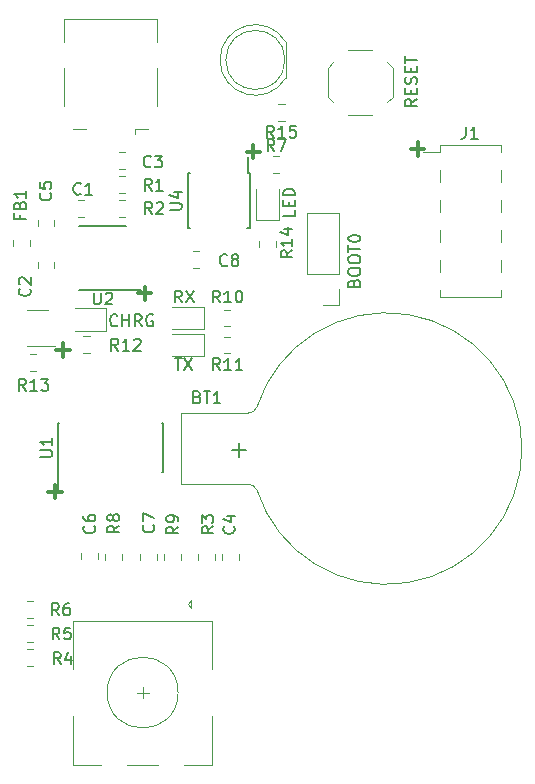
<source format=gto>
%TF.GenerationSoftware,KiCad,Pcbnew,(5.1.6-0-10_14)*%
%TF.CreationDate,2020-07-28T22:12:12-04:00*%
%TF.ProjectId,uRemote,7552656d-6f74-4652-9e6b-696361645f70,rev?*%
%TF.SameCoordinates,Original*%
%TF.FileFunction,Legend,Top*%
%TF.FilePolarity,Positive*%
%FSLAX46Y46*%
G04 Gerber Fmt 4.6, Leading zero omitted, Abs format (unit mm)*
G04 Created by KiCad (PCBNEW (5.1.6-0-10_14)) date 2020-07-28 22:12:12*
%MOMM*%
%LPD*%
G01*
G04 APERTURE LIST*
%ADD10C,0.300000*%
%ADD11C,0.120000*%
%ADD12C,0.150000*%
G04 APERTURE END LIST*
D10*
X27871428Y-59707142D02*
X26728571Y-59707142D01*
X27300000Y-60278571D02*
X27300000Y-59135714D01*
X58571428Y-30707142D02*
X57428571Y-30707142D01*
X58000000Y-31278571D02*
X58000000Y-30135714D01*
X28571428Y-47707142D02*
X27428571Y-47707142D01*
X28000000Y-48278571D02*
X28000000Y-47135714D01*
X35471428Y-42907142D02*
X34328571Y-42907142D01*
X34900000Y-43478571D02*
X34900000Y-42335714D01*
X44671428Y-30907142D02*
X43528571Y-30907142D01*
X44100000Y-31478571D02*
X44100000Y-30335714D01*
D11*
%TO.C,J1*%
X59900000Y-30390000D02*
X65100000Y-30390000D01*
X59900000Y-43210000D02*
X65100000Y-43210000D01*
X58460000Y-30960000D02*
X59900000Y-30960000D01*
X59900000Y-30390000D02*
X59900000Y-30960000D01*
X65100000Y-30390000D02*
X65100000Y-30960000D01*
X59900000Y-42640000D02*
X59900000Y-43210000D01*
X65100000Y-42640000D02*
X65100000Y-43210000D01*
X59900000Y-32480000D02*
X59900000Y-33500000D01*
X65100000Y-32480000D02*
X65100000Y-33500000D01*
X59900000Y-35020000D02*
X59900000Y-36040000D01*
X65100000Y-35020000D02*
X65100000Y-36040000D01*
X59900000Y-37560000D02*
X59900000Y-38580000D01*
X65100000Y-37560000D02*
X65100000Y-38580000D01*
X59900000Y-40100000D02*
X59900000Y-41120000D01*
X65100000Y-40100000D02*
X65100000Y-41120000D01*
D12*
%TO.C,U4*%
X43666700Y-32717200D02*
X43666700Y-31367200D01*
X38541700Y-32717200D02*
X38541700Y-37367200D01*
X43791700Y-32717200D02*
X43791700Y-37367200D01*
X38541700Y-32717200D02*
X38766700Y-32717200D01*
X38541700Y-37367200D02*
X38766700Y-37367200D01*
X43791700Y-37367200D02*
X43566700Y-37367200D01*
X43791700Y-32717200D02*
X43666700Y-32717200D01*
D11*
%TO.C,R1*%
X33258578Y-34410000D02*
X32741422Y-34410000D01*
X33258578Y-32990000D02*
X32741422Y-32990000D01*
%TO.C,BT1*%
X37950000Y-59050000D02*
X43650000Y-59050000D01*
X37950000Y-59050000D02*
X37950000Y-53050000D01*
X37950000Y-53050000D02*
X43650000Y-53050000D01*
X66845671Y-56004719D02*
G75*
G02*
X44400000Y-59550000I-11495671J-45281D01*
G01*
X44401754Y-59576384D02*
G75*
G03*
X43650000Y-59050000I-751754J-273616D01*
G01*
X66845671Y-56095281D02*
G75*
G03*
X44400000Y-52550000I-11495671J45281D01*
G01*
X44401754Y-52523616D02*
G75*
G02*
X43650000Y-53050000I-751754J273616D01*
G01*
D12*
%TO.C,U1*%
X27550000Y-58075000D02*
X27575000Y-58075000D01*
X27550000Y-53925000D02*
X27665000Y-53925000D01*
X36450000Y-53925000D02*
X36335000Y-53925000D01*
X36450000Y-58075000D02*
X36335000Y-58075000D01*
X27550000Y-58075000D02*
X27550000Y-53925000D01*
X36450000Y-58075000D02*
X36450000Y-53925000D01*
X27575000Y-58075000D02*
X27575000Y-59450000D01*
D11*
%TO.C,FB1*%
X25210000Y-38391422D02*
X25210000Y-38908578D01*
X23790000Y-38391422D02*
X23790000Y-38908578D01*
%TO.C,C1*%
X29241422Y-35040000D02*
X29758578Y-35040000D01*
X29241422Y-36460000D02*
X29758578Y-36460000D01*
%TO.C,C2*%
X27263300Y-40264322D02*
X27263300Y-40781478D01*
X25843300Y-40264322D02*
X25843300Y-40781478D01*
%TO.C,C3*%
X32741422Y-32360000D02*
X33258578Y-32360000D01*
X32741422Y-30940000D02*
X33258578Y-30940000D01*
%TO.C,C4*%
X41467700Y-64950322D02*
X41467700Y-65467478D01*
X42887700Y-64950322D02*
X42887700Y-65467478D01*
%TO.C,C5*%
X25843300Y-37225478D02*
X25843300Y-36708322D01*
X27263300Y-37225478D02*
X27263300Y-36708322D01*
%TO.C,C6*%
X29491600Y-65442078D02*
X29491600Y-64924922D01*
X30911600Y-65442078D02*
X30911600Y-64924922D01*
%TO.C,C7*%
X34495400Y-64963022D02*
X34495400Y-65480178D01*
X35915400Y-64963022D02*
X35915400Y-65480178D01*
%TO.C,C8*%
X39487778Y-39332200D02*
X38970622Y-39332200D01*
X39487778Y-40752200D02*
X38970622Y-40752200D01*
%TO.C,RX*%
X37215500Y-45966500D02*
X39900500Y-45966500D01*
X39900500Y-45966500D02*
X39900500Y-44046500D01*
X39900500Y-44046500D02*
X37215500Y-44046500D01*
%TO.C,TX*%
X39900500Y-46332500D02*
X37215500Y-46332500D01*
X39900500Y-48252500D02*
X39900500Y-46332500D01*
X37215500Y-48252500D02*
X39900500Y-48252500D01*
%TO.C,CHRG*%
X28975300Y-46060000D02*
X31660300Y-46060000D01*
X31660300Y-46060000D02*
X31660300Y-44140000D01*
X31660300Y-44140000D02*
X28975300Y-44140000D01*
%TO.C,LED*%
X46260000Y-36735000D02*
X46260000Y-34050000D01*
X44340000Y-36735000D02*
X46260000Y-36735000D01*
X44340000Y-34050000D02*
X44340000Y-36735000D01*
%TO.C,D5*%
X46770000Y-23150000D02*
G75*
G03*
X46770000Y-23150000I-2500000J0D01*
G01*
X46830000Y-24695000D02*
X46830000Y-21605000D01*
X41280000Y-23149538D02*
G75*
G03*
X46830000Y-24694830I2990000J-462D01*
G01*
X41280000Y-23150462D02*
G75*
G02*
X46830000Y-21605170I2990000J462D01*
G01*
%TO.C,J2*%
X35910000Y-19690000D02*
X35910000Y-21640000D01*
X35910000Y-23860000D02*
X35910000Y-27090000D01*
X35190000Y-29010000D02*
X34110000Y-29010000D01*
X29890000Y-29010000D02*
X28810000Y-29010000D01*
X28090000Y-23860000D02*
X28090000Y-27090000D01*
X28090000Y-19690000D02*
X28090000Y-21640000D01*
X34110000Y-29010000D02*
X34110000Y-29440000D01*
X28090000Y-19690000D02*
X35910000Y-19690000D01*
%TO.C,BOOT0*%
X51330000Y-43870000D02*
X50000000Y-43870000D01*
X51330000Y-42540000D02*
X51330000Y-43870000D01*
X51330000Y-41270000D02*
X48670000Y-41270000D01*
X48670000Y-41270000D02*
X48670000Y-36130000D01*
X51330000Y-41270000D02*
X51330000Y-36130000D01*
X51330000Y-36130000D02*
X48670000Y-36130000D01*
%TO.C,R2*%
X32741422Y-36460000D02*
X33258578Y-36460000D01*
X32741422Y-35040000D02*
X33258578Y-35040000D01*
%TO.C,R3*%
X39435700Y-65467478D02*
X39435700Y-64950322D01*
X40855700Y-65467478D02*
X40855700Y-64950322D01*
%TO.C,R4*%
X24926522Y-74453300D02*
X25443678Y-74453300D01*
X24926522Y-73033300D02*
X25443678Y-73033300D01*
%TO.C,R5*%
X24930322Y-71001300D02*
X25447478Y-71001300D01*
X24930322Y-72421300D02*
X25447478Y-72421300D01*
%TO.C,R6*%
X24930322Y-68957600D02*
X25447478Y-68957600D01*
X24930322Y-70377600D02*
X25447478Y-70377600D01*
%TO.C,R7*%
X46308578Y-31290000D02*
X45791422Y-31290000D01*
X46308578Y-32710000D02*
X45791422Y-32710000D01*
%TO.C,R8*%
X32943600Y-64937622D02*
X32943600Y-65454778D01*
X31523600Y-64937622D02*
X31523600Y-65454778D01*
%TO.C,R9*%
X36527400Y-64963022D02*
X36527400Y-65480178D01*
X37947400Y-64963022D02*
X37947400Y-65480178D01*
%TO.C,R10*%
X42157078Y-45716500D02*
X41639922Y-45716500D01*
X42157078Y-44296500D02*
X41639922Y-44296500D01*
%TO.C,R11*%
X42157078Y-46582500D02*
X41639922Y-46582500D01*
X42157078Y-48002500D02*
X41639922Y-48002500D01*
%TO.C,R12*%
X30233878Y-46555800D02*
X29716722Y-46555800D01*
X30233878Y-47975800D02*
X29716722Y-47975800D01*
%TO.C,R13*%
X25157422Y-49487100D02*
X25674578Y-49487100D01*
X25157422Y-48067100D02*
X25674578Y-48067100D01*
%TO.C,R14*%
X46010000Y-38958578D02*
X46010000Y-38441422D01*
X44590000Y-38958578D02*
X44590000Y-38441422D01*
%TO.C,R15*%
X46740578Y-28332500D02*
X46223422Y-28332500D01*
X46740578Y-26912500D02*
X46223422Y-26912500D01*
%TO.C,SW1*%
X37728500Y-76710400D02*
G75*
G03*
X37728500Y-76710400I-3000000J0D01*
G01*
X40628500Y-78710400D02*
X40628500Y-82810400D01*
X28828500Y-82810400D02*
X28828500Y-78710400D01*
X28828500Y-74710400D02*
X28828500Y-70610400D01*
X40628500Y-74710400D02*
X40628500Y-70610400D01*
X40628500Y-70610400D02*
X28828500Y-70610400D01*
X38528500Y-69210400D02*
X38828500Y-68910400D01*
X38828500Y-68910400D02*
X38828500Y-69510400D01*
X38828500Y-69510400D02*
X38528500Y-69210400D01*
X40628500Y-82810400D02*
X38228500Y-82810400D01*
X36028500Y-82810400D02*
X33428500Y-82810400D01*
X31228500Y-82810400D02*
X28828500Y-82810400D01*
X35228500Y-76710400D02*
X34228500Y-76710400D01*
X34728500Y-76210400D02*
X34728500Y-77210400D01*
%TO.C,RESET*%
X55450000Y-26750000D02*
X55900000Y-26300000D01*
X55450000Y-23350000D02*
X55900000Y-23800000D01*
X50850000Y-23350000D02*
X50400000Y-23800000D01*
X50850000Y-26750000D02*
X50400000Y-26300000D01*
X52150000Y-22300000D02*
X54150000Y-22300000D01*
X55900000Y-26300000D02*
X55900000Y-23800000D01*
X52150000Y-27800000D02*
X54150000Y-27800000D01*
X50400000Y-26300000D02*
X50400000Y-23800000D01*
D12*
%TO.C,U2*%
X34625000Y-42625000D02*
X29350000Y-42625000D01*
X33350000Y-37225000D02*
X29350000Y-37225000D01*
D11*
%TO.C,U3*%
X24917000Y-47366100D02*
X27347000Y-47366100D01*
X26677000Y-44296100D02*
X24917000Y-44296100D01*
%TO.C,J1*%
D12*
X62089966Y-28810180D02*
X62089966Y-29524466D01*
X62042347Y-29667323D01*
X61947109Y-29762561D01*
X61804252Y-29810180D01*
X61709014Y-29810180D01*
X63089966Y-29810180D02*
X62518538Y-29810180D01*
X62804252Y-29810180D02*
X62804252Y-28810180D01*
X62709014Y-28953038D01*
X62613776Y-29048276D01*
X62518538Y-29095895D01*
%TO.C,U4*%
X37020080Y-35831104D02*
X37829604Y-35831104D01*
X37924842Y-35783485D01*
X37972461Y-35735866D01*
X38020080Y-35640628D01*
X38020080Y-35450152D01*
X37972461Y-35354914D01*
X37924842Y-35307295D01*
X37829604Y-35259676D01*
X37020080Y-35259676D01*
X37353414Y-34354914D02*
X38020080Y-34354914D01*
X36972461Y-34593009D02*
X37686747Y-34831104D01*
X37686747Y-34212057D01*
%TO.C,R1*%
X35483333Y-34202380D02*
X35150000Y-33726190D01*
X34911904Y-34202380D02*
X34911904Y-33202380D01*
X35292857Y-33202380D01*
X35388095Y-33250000D01*
X35435714Y-33297619D01*
X35483333Y-33392857D01*
X35483333Y-33535714D01*
X35435714Y-33630952D01*
X35388095Y-33678571D01*
X35292857Y-33726190D01*
X34911904Y-33726190D01*
X36435714Y-34202380D02*
X35864285Y-34202380D01*
X36150000Y-34202380D02*
X36150000Y-33202380D01*
X36054761Y-33345238D01*
X35959523Y-33440476D01*
X35864285Y-33488095D01*
%TO.C,BT1*%
X39364285Y-51678571D02*
X39507142Y-51726190D01*
X39554761Y-51773809D01*
X39602380Y-51869047D01*
X39602380Y-52011904D01*
X39554761Y-52107142D01*
X39507142Y-52154761D01*
X39411904Y-52202380D01*
X39030952Y-52202380D01*
X39030952Y-51202380D01*
X39364285Y-51202380D01*
X39459523Y-51250000D01*
X39507142Y-51297619D01*
X39554761Y-51392857D01*
X39554761Y-51488095D01*
X39507142Y-51583333D01*
X39459523Y-51630952D01*
X39364285Y-51678571D01*
X39030952Y-51678571D01*
X39888095Y-51202380D02*
X40459523Y-51202380D01*
X40173809Y-52202380D02*
X40173809Y-51202380D01*
X41316666Y-52202380D02*
X40745238Y-52202380D01*
X41030952Y-52202380D02*
X41030952Y-51202380D01*
X40935714Y-51345238D01*
X40840476Y-51440476D01*
X40745238Y-51488095D01*
X42328571Y-56157142D02*
X43471428Y-56157142D01*
X42900000Y-56728571D02*
X42900000Y-55585714D01*
%TO.C,U1*%
X26077380Y-56761904D02*
X26886904Y-56761904D01*
X26982142Y-56714285D01*
X27029761Y-56666666D01*
X27077380Y-56571428D01*
X27077380Y-56380952D01*
X27029761Y-56285714D01*
X26982142Y-56238095D01*
X26886904Y-56190476D01*
X26077380Y-56190476D01*
X27077380Y-55190476D02*
X27077380Y-55761904D01*
X27077380Y-55476190D02*
X26077380Y-55476190D01*
X26220238Y-55571428D01*
X26315476Y-55666666D01*
X26363095Y-55761904D01*
%TO.C,FB1*%
X24328571Y-36283333D02*
X24328571Y-36616666D01*
X24852380Y-36616666D02*
X23852380Y-36616666D01*
X23852380Y-36140476D01*
X24328571Y-35426190D02*
X24376190Y-35283333D01*
X24423809Y-35235714D01*
X24519047Y-35188095D01*
X24661904Y-35188095D01*
X24757142Y-35235714D01*
X24804761Y-35283333D01*
X24852380Y-35378571D01*
X24852380Y-35759523D01*
X23852380Y-35759523D01*
X23852380Y-35426190D01*
X23900000Y-35330952D01*
X23947619Y-35283333D01*
X24042857Y-35235714D01*
X24138095Y-35235714D01*
X24233333Y-35283333D01*
X24280952Y-35330952D01*
X24328571Y-35426190D01*
X24328571Y-35759523D01*
X24852380Y-34235714D02*
X24852380Y-34807142D01*
X24852380Y-34521428D02*
X23852380Y-34521428D01*
X23995238Y-34616666D01*
X24090476Y-34711904D01*
X24138095Y-34807142D01*
%TO.C,C1*%
X29483333Y-34457142D02*
X29435714Y-34504761D01*
X29292857Y-34552380D01*
X29197619Y-34552380D01*
X29054761Y-34504761D01*
X28959523Y-34409523D01*
X28911904Y-34314285D01*
X28864285Y-34123809D01*
X28864285Y-33980952D01*
X28911904Y-33790476D01*
X28959523Y-33695238D01*
X29054761Y-33600000D01*
X29197619Y-33552380D01*
X29292857Y-33552380D01*
X29435714Y-33600000D01*
X29483333Y-33647619D01*
X30435714Y-34552380D02*
X29864285Y-34552380D01*
X30150000Y-34552380D02*
X30150000Y-33552380D01*
X30054761Y-33695238D01*
X29959523Y-33790476D01*
X29864285Y-33838095D01*
%TO.C,C2*%
X25157142Y-42516666D02*
X25204761Y-42564285D01*
X25252380Y-42707142D01*
X25252380Y-42802380D01*
X25204761Y-42945238D01*
X25109523Y-43040476D01*
X25014285Y-43088095D01*
X24823809Y-43135714D01*
X24680952Y-43135714D01*
X24490476Y-43088095D01*
X24395238Y-43040476D01*
X24300000Y-42945238D01*
X24252380Y-42802380D01*
X24252380Y-42707142D01*
X24300000Y-42564285D01*
X24347619Y-42516666D01*
X24347619Y-42135714D02*
X24300000Y-42088095D01*
X24252380Y-41992857D01*
X24252380Y-41754761D01*
X24300000Y-41659523D01*
X24347619Y-41611904D01*
X24442857Y-41564285D01*
X24538095Y-41564285D01*
X24680952Y-41611904D01*
X25252380Y-42183333D01*
X25252380Y-41564285D01*
%TO.C,C3*%
X35433333Y-32157142D02*
X35385714Y-32204761D01*
X35242857Y-32252380D01*
X35147619Y-32252380D01*
X35004761Y-32204761D01*
X34909523Y-32109523D01*
X34861904Y-32014285D01*
X34814285Y-31823809D01*
X34814285Y-31680952D01*
X34861904Y-31490476D01*
X34909523Y-31395238D01*
X35004761Y-31300000D01*
X35147619Y-31252380D01*
X35242857Y-31252380D01*
X35385714Y-31300000D01*
X35433333Y-31347619D01*
X35766666Y-31252380D02*
X36385714Y-31252380D01*
X36052380Y-31633333D01*
X36195238Y-31633333D01*
X36290476Y-31680952D01*
X36338095Y-31728571D01*
X36385714Y-31823809D01*
X36385714Y-32061904D01*
X36338095Y-32157142D01*
X36290476Y-32204761D01*
X36195238Y-32252380D01*
X35909523Y-32252380D01*
X35814285Y-32204761D01*
X35766666Y-32157142D01*
%TO.C,C4*%
X42445942Y-62645066D02*
X42493561Y-62692685D01*
X42541180Y-62835542D01*
X42541180Y-62930780D01*
X42493561Y-63073638D01*
X42398323Y-63168876D01*
X42303085Y-63216495D01*
X42112609Y-63264114D01*
X41969752Y-63264114D01*
X41779276Y-63216495D01*
X41684038Y-63168876D01*
X41588800Y-63073638D01*
X41541180Y-62930780D01*
X41541180Y-62835542D01*
X41588800Y-62692685D01*
X41636419Y-62645066D01*
X41874514Y-61787923D02*
X42541180Y-61787923D01*
X41493561Y-62026019D02*
X42207847Y-62264114D01*
X42207847Y-61645066D01*
%TO.C,C5*%
X26907142Y-34416666D02*
X26954761Y-34464285D01*
X27002380Y-34607142D01*
X27002380Y-34702380D01*
X26954761Y-34845238D01*
X26859523Y-34940476D01*
X26764285Y-34988095D01*
X26573809Y-35035714D01*
X26430952Y-35035714D01*
X26240476Y-34988095D01*
X26145238Y-34940476D01*
X26050000Y-34845238D01*
X26002380Y-34702380D01*
X26002380Y-34607142D01*
X26050000Y-34464285D01*
X26097619Y-34416666D01*
X26002380Y-33511904D02*
X26002380Y-33988095D01*
X26478571Y-34035714D01*
X26430952Y-33988095D01*
X26383333Y-33892857D01*
X26383333Y-33654761D01*
X26430952Y-33559523D01*
X26478571Y-33511904D01*
X26573809Y-33464285D01*
X26811904Y-33464285D01*
X26907142Y-33511904D01*
X26954761Y-33559523D01*
X27002380Y-33654761D01*
X27002380Y-33892857D01*
X26954761Y-33988095D01*
X26907142Y-34035714D01*
%TO.C,C6*%
X30622242Y-62604666D02*
X30669861Y-62652285D01*
X30717480Y-62795142D01*
X30717480Y-62890380D01*
X30669861Y-63033238D01*
X30574623Y-63128476D01*
X30479385Y-63176095D01*
X30288909Y-63223714D01*
X30146052Y-63223714D01*
X29955576Y-63176095D01*
X29860338Y-63128476D01*
X29765100Y-63033238D01*
X29717480Y-62890380D01*
X29717480Y-62795142D01*
X29765100Y-62652285D01*
X29812719Y-62604666D01*
X29717480Y-61747523D02*
X29717480Y-61938000D01*
X29765100Y-62033238D01*
X29812719Y-62080857D01*
X29955576Y-62176095D01*
X30146052Y-62223714D01*
X30527004Y-62223714D01*
X30622242Y-62176095D01*
X30669861Y-62128476D01*
X30717480Y-62033238D01*
X30717480Y-61842761D01*
X30669861Y-61747523D01*
X30622242Y-61699904D01*
X30527004Y-61652285D01*
X30288909Y-61652285D01*
X30193671Y-61699904D01*
X30146052Y-61747523D01*
X30098433Y-61842761D01*
X30098433Y-62033238D01*
X30146052Y-62128476D01*
X30193671Y-62176095D01*
X30288909Y-62223714D01*
%TO.C,C7*%
X35626042Y-62530766D02*
X35673661Y-62578385D01*
X35721280Y-62721242D01*
X35721280Y-62816480D01*
X35673661Y-62959338D01*
X35578423Y-63054576D01*
X35483185Y-63102195D01*
X35292709Y-63149814D01*
X35149852Y-63149814D01*
X34959376Y-63102195D01*
X34864138Y-63054576D01*
X34768900Y-62959338D01*
X34721280Y-62816480D01*
X34721280Y-62721242D01*
X34768900Y-62578385D01*
X34816519Y-62530766D01*
X34721280Y-62197433D02*
X34721280Y-61530766D01*
X35721280Y-61959338D01*
%TO.C,C8*%
X41883333Y-40507142D02*
X41835714Y-40554761D01*
X41692857Y-40602380D01*
X41597619Y-40602380D01*
X41454761Y-40554761D01*
X41359523Y-40459523D01*
X41311904Y-40364285D01*
X41264285Y-40173809D01*
X41264285Y-40030952D01*
X41311904Y-39840476D01*
X41359523Y-39745238D01*
X41454761Y-39650000D01*
X41597619Y-39602380D01*
X41692857Y-39602380D01*
X41835714Y-39650000D01*
X41883333Y-39697619D01*
X42454761Y-40030952D02*
X42359523Y-39983333D01*
X42311904Y-39935714D01*
X42264285Y-39840476D01*
X42264285Y-39792857D01*
X42311904Y-39697619D01*
X42359523Y-39650000D01*
X42454761Y-39602380D01*
X42645238Y-39602380D01*
X42740476Y-39650000D01*
X42788095Y-39697619D01*
X42835714Y-39792857D01*
X42835714Y-39840476D01*
X42788095Y-39935714D01*
X42740476Y-39983333D01*
X42645238Y-40030952D01*
X42454761Y-40030952D01*
X42359523Y-40078571D01*
X42311904Y-40126190D01*
X42264285Y-40221428D01*
X42264285Y-40411904D01*
X42311904Y-40507142D01*
X42359523Y-40554761D01*
X42454761Y-40602380D01*
X42645238Y-40602380D01*
X42740476Y-40554761D01*
X42788095Y-40507142D01*
X42835714Y-40411904D01*
X42835714Y-40221428D01*
X42788095Y-40126190D01*
X42740476Y-40078571D01*
X42645238Y-40030952D01*
%TO.C,RX*%
X38033333Y-43680880D02*
X37700000Y-43204690D01*
X37461904Y-43680880D02*
X37461904Y-42680880D01*
X37842857Y-42680880D01*
X37938095Y-42728500D01*
X37985714Y-42776119D01*
X38033333Y-42871357D01*
X38033333Y-43014214D01*
X37985714Y-43109452D01*
X37938095Y-43157071D01*
X37842857Y-43204690D01*
X37461904Y-43204690D01*
X38366666Y-42680880D02*
X39033333Y-43680880D01*
X39033333Y-42680880D02*
X38366666Y-43680880D01*
%TO.C,TX*%
X37453595Y-48394880D02*
X38025023Y-48394880D01*
X37739309Y-49394880D02*
X37739309Y-48394880D01*
X38263119Y-48394880D02*
X38929785Y-49394880D01*
X38929785Y-48394880D02*
X38263119Y-49394880D01*
%TO.C,CHRG*%
X32585714Y-45600342D02*
X32538095Y-45647961D01*
X32395238Y-45695580D01*
X32300000Y-45695580D01*
X32157142Y-45647961D01*
X32061904Y-45552723D01*
X32014285Y-45457485D01*
X31966666Y-45267009D01*
X31966666Y-45124152D01*
X32014285Y-44933676D01*
X32061904Y-44838438D01*
X32157142Y-44743200D01*
X32300000Y-44695580D01*
X32395238Y-44695580D01*
X32538095Y-44743200D01*
X32585714Y-44790819D01*
X33014285Y-45695580D02*
X33014285Y-44695580D01*
X33014285Y-45171771D02*
X33585714Y-45171771D01*
X33585714Y-45695580D02*
X33585714Y-44695580D01*
X34633333Y-45695580D02*
X34300000Y-45219390D01*
X34061904Y-45695580D02*
X34061904Y-44695580D01*
X34442857Y-44695580D01*
X34538095Y-44743200D01*
X34585714Y-44790819D01*
X34633333Y-44886057D01*
X34633333Y-45028914D01*
X34585714Y-45124152D01*
X34538095Y-45171771D01*
X34442857Y-45219390D01*
X34061904Y-45219390D01*
X35585714Y-44743200D02*
X35490476Y-44695580D01*
X35347619Y-44695580D01*
X35204761Y-44743200D01*
X35109523Y-44838438D01*
X35061904Y-44933676D01*
X35014285Y-45124152D01*
X35014285Y-45267009D01*
X35061904Y-45457485D01*
X35109523Y-45552723D01*
X35204761Y-45647961D01*
X35347619Y-45695580D01*
X35442857Y-45695580D01*
X35585714Y-45647961D01*
X35633333Y-45600342D01*
X35633333Y-45267009D01*
X35442857Y-45267009D01*
%TO.C,LED*%
X47617580Y-35855657D02*
X47617580Y-36331847D01*
X46617580Y-36331847D01*
X47093771Y-35522323D02*
X47093771Y-35188990D01*
X47617580Y-35046133D02*
X47617580Y-35522323D01*
X46617580Y-35522323D01*
X46617580Y-35046133D01*
X47617580Y-34617561D02*
X46617580Y-34617561D01*
X46617580Y-34379466D01*
X46665200Y-34236609D01*
X46760438Y-34141371D01*
X46855676Y-34093752D01*
X47046152Y-34046133D01*
X47189009Y-34046133D01*
X47379485Y-34093752D01*
X47474723Y-34141371D01*
X47569961Y-34236609D01*
X47617580Y-34379466D01*
X47617580Y-34617561D01*
%TO.C,BOOT0*%
X52628571Y-42033333D02*
X52676190Y-41890476D01*
X52723809Y-41842857D01*
X52819047Y-41795238D01*
X52961904Y-41795238D01*
X53057142Y-41842857D01*
X53104761Y-41890476D01*
X53152380Y-41985714D01*
X53152380Y-42366666D01*
X52152380Y-42366666D01*
X52152380Y-42033333D01*
X52200000Y-41938095D01*
X52247619Y-41890476D01*
X52342857Y-41842857D01*
X52438095Y-41842857D01*
X52533333Y-41890476D01*
X52580952Y-41938095D01*
X52628571Y-42033333D01*
X52628571Y-42366666D01*
X52152380Y-41176190D02*
X52152380Y-40985714D01*
X52200000Y-40890476D01*
X52295238Y-40795238D01*
X52485714Y-40747619D01*
X52819047Y-40747619D01*
X53009523Y-40795238D01*
X53104761Y-40890476D01*
X53152380Y-40985714D01*
X53152380Y-41176190D01*
X53104761Y-41271428D01*
X53009523Y-41366666D01*
X52819047Y-41414285D01*
X52485714Y-41414285D01*
X52295238Y-41366666D01*
X52200000Y-41271428D01*
X52152380Y-41176190D01*
X52152380Y-40128571D02*
X52152380Y-39938095D01*
X52200000Y-39842857D01*
X52295238Y-39747619D01*
X52485714Y-39700000D01*
X52819047Y-39700000D01*
X53009523Y-39747619D01*
X53104761Y-39842857D01*
X53152380Y-39938095D01*
X53152380Y-40128571D01*
X53104761Y-40223809D01*
X53009523Y-40319047D01*
X52819047Y-40366666D01*
X52485714Y-40366666D01*
X52295238Y-40319047D01*
X52200000Y-40223809D01*
X52152380Y-40128571D01*
X52152380Y-39414285D02*
X52152380Y-38842857D01*
X53152380Y-39128571D02*
X52152380Y-39128571D01*
X52152380Y-38319047D02*
X52152380Y-38223809D01*
X52200000Y-38128571D01*
X52247619Y-38080952D01*
X52342857Y-38033333D01*
X52533333Y-37985714D01*
X52771428Y-37985714D01*
X52961904Y-38033333D01*
X53057142Y-38080952D01*
X53104761Y-38128571D01*
X53152380Y-38223809D01*
X53152380Y-38319047D01*
X53104761Y-38414285D01*
X53057142Y-38461904D01*
X52961904Y-38509523D01*
X52771428Y-38557142D01*
X52533333Y-38557142D01*
X52342857Y-38509523D01*
X52247619Y-38461904D01*
X52200000Y-38414285D01*
X52152380Y-38319047D01*
%TO.C,R2*%
X35533333Y-36202380D02*
X35200000Y-35726190D01*
X34961904Y-36202380D02*
X34961904Y-35202380D01*
X35342857Y-35202380D01*
X35438095Y-35250000D01*
X35485714Y-35297619D01*
X35533333Y-35392857D01*
X35533333Y-35535714D01*
X35485714Y-35630952D01*
X35438095Y-35678571D01*
X35342857Y-35726190D01*
X34961904Y-35726190D01*
X35914285Y-35297619D02*
X35961904Y-35250000D01*
X36057142Y-35202380D01*
X36295238Y-35202380D01*
X36390476Y-35250000D01*
X36438095Y-35297619D01*
X36485714Y-35392857D01*
X36485714Y-35488095D01*
X36438095Y-35630952D01*
X35866666Y-36202380D01*
X36485714Y-36202380D01*
%TO.C,R3*%
X40725080Y-62645066D02*
X40248890Y-62978400D01*
X40725080Y-63216495D02*
X39725080Y-63216495D01*
X39725080Y-62835542D01*
X39772700Y-62740304D01*
X39820319Y-62692685D01*
X39915557Y-62645066D01*
X40058414Y-62645066D01*
X40153652Y-62692685D01*
X40201271Y-62740304D01*
X40248890Y-62835542D01*
X40248890Y-63216495D01*
X39725080Y-62311733D02*
X39725080Y-61692685D01*
X40106033Y-62026019D01*
X40106033Y-61883161D01*
X40153652Y-61787923D01*
X40201271Y-61740304D01*
X40296509Y-61692685D01*
X40534604Y-61692685D01*
X40629842Y-61740304D01*
X40677461Y-61787923D01*
X40725080Y-61883161D01*
X40725080Y-62168876D01*
X40677461Y-62264114D01*
X40629842Y-62311733D01*
%TO.C,R4*%
X27783333Y-74302380D02*
X27450000Y-73826190D01*
X27211904Y-74302380D02*
X27211904Y-73302380D01*
X27592857Y-73302380D01*
X27688095Y-73350000D01*
X27735714Y-73397619D01*
X27783333Y-73492857D01*
X27783333Y-73635714D01*
X27735714Y-73730952D01*
X27688095Y-73778571D01*
X27592857Y-73826190D01*
X27211904Y-73826190D01*
X28640476Y-73635714D02*
X28640476Y-74302380D01*
X28402380Y-73254761D02*
X28164285Y-73969047D01*
X28783333Y-73969047D01*
%TO.C,R5*%
X27683333Y-72202380D02*
X27350000Y-71726190D01*
X27111904Y-72202380D02*
X27111904Y-71202380D01*
X27492857Y-71202380D01*
X27588095Y-71250000D01*
X27635714Y-71297619D01*
X27683333Y-71392857D01*
X27683333Y-71535714D01*
X27635714Y-71630952D01*
X27588095Y-71678571D01*
X27492857Y-71726190D01*
X27111904Y-71726190D01*
X28588095Y-71202380D02*
X28111904Y-71202380D01*
X28064285Y-71678571D01*
X28111904Y-71630952D01*
X28207142Y-71583333D01*
X28445238Y-71583333D01*
X28540476Y-71630952D01*
X28588095Y-71678571D01*
X28635714Y-71773809D01*
X28635714Y-72011904D01*
X28588095Y-72107142D01*
X28540476Y-72154761D01*
X28445238Y-72202380D01*
X28207142Y-72202380D01*
X28111904Y-72154761D01*
X28064285Y-72107142D01*
%TO.C,R6*%
X27633333Y-70157080D02*
X27300000Y-69680890D01*
X27061904Y-70157080D02*
X27061904Y-69157080D01*
X27442857Y-69157080D01*
X27538095Y-69204700D01*
X27585714Y-69252319D01*
X27633333Y-69347557D01*
X27633333Y-69490414D01*
X27585714Y-69585652D01*
X27538095Y-69633271D01*
X27442857Y-69680890D01*
X27061904Y-69680890D01*
X28490476Y-69157080D02*
X28300000Y-69157080D01*
X28204761Y-69204700D01*
X28157142Y-69252319D01*
X28061904Y-69395176D01*
X28014285Y-69585652D01*
X28014285Y-69966604D01*
X28061904Y-70061842D01*
X28109523Y-70109461D01*
X28204761Y-70157080D01*
X28395238Y-70157080D01*
X28490476Y-70109461D01*
X28538095Y-70061842D01*
X28585714Y-69966604D01*
X28585714Y-69728509D01*
X28538095Y-69633271D01*
X28490476Y-69585652D01*
X28395238Y-69538033D01*
X28204761Y-69538033D01*
X28109523Y-69585652D01*
X28061904Y-69633271D01*
X28014285Y-69728509D01*
%TO.C,R7*%
X45883333Y-30852380D02*
X45550000Y-30376190D01*
X45311904Y-30852380D02*
X45311904Y-29852380D01*
X45692857Y-29852380D01*
X45788095Y-29900000D01*
X45835714Y-29947619D01*
X45883333Y-30042857D01*
X45883333Y-30185714D01*
X45835714Y-30280952D01*
X45788095Y-30328571D01*
X45692857Y-30376190D01*
X45311904Y-30376190D01*
X46216666Y-29852380D02*
X46883333Y-29852380D01*
X46454761Y-30852380D01*
%TO.C,R8*%
X32749480Y-62568866D02*
X32273290Y-62902200D01*
X32749480Y-63140295D02*
X31749480Y-63140295D01*
X31749480Y-62759342D01*
X31797100Y-62664104D01*
X31844719Y-62616485D01*
X31939957Y-62568866D01*
X32082814Y-62568866D01*
X32178052Y-62616485D01*
X32225671Y-62664104D01*
X32273290Y-62759342D01*
X32273290Y-63140295D01*
X32178052Y-61997438D02*
X32130433Y-62092676D01*
X32082814Y-62140295D01*
X31987576Y-62187914D01*
X31939957Y-62187914D01*
X31844719Y-62140295D01*
X31797100Y-62092676D01*
X31749480Y-61997438D01*
X31749480Y-61806961D01*
X31797100Y-61711723D01*
X31844719Y-61664104D01*
X31939957Y-61616485D01*
X31987576Y-61616485D01*
X32082814Y-61664104D01*
X32130433Y-61711723D01*
X32178052Y-61806961D01*
X32178052Y-61997438D01*
X32225671Y-62092676D01*
X32273290Y-62140295D01*
X32368528Y-62187914D01*
X32559004Y-62187914D01*
X32654242Y-62140295D01*
X32701861Y-62092676D01*
X32749480Y-61997438D01*
X32749480Y-61806961D01*
X32701861Y-61711723D01*
X32654242Y-61664104D01*
X32559004Y-61616485D01*
X32368528Y-61616485D01*
X32273290Y-61664104D01*
X32225671Y-61711723D01*
X32178052Y-61806961D01*
%TO.C,R9*%
X37736780Y-62657766D02*
X37260590Y-62991100D01*
X37736780Y-63229195D02*
X36736780Y-63229195D01*
X36736780Y-62848242D01*
X36784400Y-62753004D01*
X36832019Y-62705385D01*
X36927257Y-62657766D01*
X37070114Y-62657766D01*
X37165352Y-62705385D01*
X37212971Y-62753004D01*
X37260590Y-62848242D01*
X37260590Y-63229195D01*
X37736780Y-62181576D02*
X37736780Y-61991100D01*
X37689161Y-61895861D01*
X37641542Y-61848242D01*
X37498685Y-61753004D01*
X37308209Y-61705385D01*
X36927257Y-61705385D01*
X36832019Y-61753004D01*
X36784400Y-61800623D01*
X36736780Y-61895861D01*
X36736780Y-62086338D01*
X36784400Y-62181576D01*
X36832019Y-62229195D01*
X36927257Y-62276814D01*
X37165352Y-62276814D01*
X37260590Y-62229195D01*
X37308209Y-62181576D01*
X37355828Y-62086338D01*
X37355828Y-61895861D01*
X37308209Y-61800623D01*
X37260590Y-61753004D01*
X37165352Y-61705385D01*
%TO.C,R10*%
X41255642Y-43680880D02*
X40922309Y-43204690D01*
X40684214Y-43680880D02*
X40684214Y-42680880D01*
X41065166Y-42680880D01*
X41160404Y-42728500D01*
X41208023Y-42776119D01*
X41255642Y-42871357D01*
X41255642Y-43014214D01*
X41208023Y-43109452D01*
X41160404Y-43157071D01*
X41065166Y-43204690D01*
X40684214Y-43204690D01*
X42208023Y-43680880D02*
X41636595Y-43680880D01*
X41922309Y-43680880D02*
X41922309Y-42680880D01*
X41827071Y-42823738D01*
X41731833Y-42918976D01*
X41636595Y-42966595D01*
X42827071Y-42680880D02*
X42922309Y-42680880D01*
X43017547Y-42728500D01*
X43065166Y-42776119D01*
X43112785Y-42871357D01*
X43160404Y-43061833D01*
X43160404Y-43299928D01*
X43112785Y-43490404D01*
X43065166Y-43585642D01*
X43017547Y-43633261D01*
X42922309Y-43680880D01*
X42827071Y-43680880D01*
X42731833Y-43633261D01*
X42684214Y-43585642D01*
X42636595Y-43490404D01*
X42588976Y-43299928D01*
X42588976Y-43061833D01*
X42636595Y-42871357D01*
X42684214Y-42776119D01*
X42731833Y-42728500D01*
X42827071Y-42680880D01*
%TO.C,R11*%
X41255642Y-49394880D02*
X40922309Y-48918690D01*
X40684214Y-49394880D02*
X40684214Y-48394880D01*
X41065166Y-48394880D01*
X41160404Y-48442500D01*
X41208023Y-48490119D01*
X41255642Y-48585357D01*
X41255642Y-48728214D01*
X41208023Y-48823452D01*
X41160404Y-48871071D01*
X41065166Y-48918690D01*
X40684214Y-48918690D01*
X42208023Y-49394880D02*
X41636595Y-49394880D01*
X41922309Y-49394880D02*
X41922309Y-48394880D01*
X41827071Y-48537738D01*
X41731833Y-48632976D01*
X41636595Y-48680595D01*
X43160404Y-49394880D02*
X42588976Y-49394880D01*
X42874690Y-49394880D02*
X42874690Y-48394880D01*
X42779452Y-48537738D01*
X42684214Y-48632976D01*
X42588976Y-48680595D01*
%TO.C,R12*%
X32657142Y-47752380D02*
X32323809Y-47276190D01*
X32085714Y-47752380D02*
X32085714Y-46752380D01*
X32466666Y-46752380D01*
X32561904Y-46800000D01*
X32609523Y-46847619D01*
X32657142Y-46942857D01*
X32657142Y-47085714D01*
X32609523Y-47180952D01*
X32561904Y-47228571D01*
X32466666Y-47276190D01*
X32085714Y-47276190D01*
X33609523Y-47752380D02*
X33038095Y-47752380D01*
X33323809Y-47752380D02*
X33323809Y-46752380D01*
X33228571Y-46895238D01*
X33133333Y-46990476D01*
X33038095Y-47038095D01*
X33990476Y-46847619D02*
X34038095Y-46800000D01*
X34133333Y-46752380D01*
X34371428Y-46752380D01*
X34466666Y-46800000D01*
X34514285Y-46847619D01*
X34561904Y-46942857D01*
X34561904Y-47038095D01*
X34514285Y-47180952D01*
X33942857Y-47752380D01*
X34561904Y-47752380D01*
%TO.C,R13*%
X24849342Y-51147180D02*
X24516009Y-50670990D01*
X24277914Y-51147180D02*
X24277914Y-50147180D01*
X24658866Y-50147180D01*
X24754104Y-50194800D01*
X24801723Y-50242419D01*
X24849342Y-50337657D01*
X24849342Y-50480514D01*
X24801723Y-50575752D01*
X24754104Y-50623371D01*
X24658866Y-50670990D01*
X24277914Y-50670990D01*
X25801723Y-51147180D02*
X25230295Y-51147180D01*
X25516009Y-51147180D02*
X25516009Y-50147180D01*
X25420771Y-50290038D01*
X25325533Y-50385276D01*
X25230295Y-50432895D01*
X26135057Y-50147180D02*
X26754104Y-50147180D01*
X26420771Y-50528133D01*
X26563628Y-50528133D01*
X26658866Y-50575752D01*
X26706485Y-50623371D01*
X26754104Y-50718609D01*
X26754104Y-50956704D01*
X26706485Y-51051942D01*
X26658866Y-51099561D01*
X26563628Y-51147180D01*
X26277914Y-51147180D01*
X26182676Y-51099561D01*
X26135057Y-51051942D01*
%TO.C,R14*%
X47403380Y-39279357D02*
X46927190Y-39612690D01*
X47403380Y-39850785D02*
X46403380Y-39850785D01*
X46403380Y-39469833D01*
X46451000Y-39374595D01*
X46498619Y-39326976D01*
X46593857Y-39279357D01*
X46736714Y-39279357D01*
X46831952Y-39326976D01*
X46879571Y-39374595D01*
X46927190Y-39469833D01*
X46927190Y-39850785D01*
X47403380Y-38326976D02*
X47403380Y-38898404D01*
X47403380Y-38612690D02*
X46403380Y-38612690D01*
X46546238Y-38707928D01*
X46641476Y-38803166D01*
X46689095Y-38898404D01*
X46736714Y-37469833D02*
X47403380Y-37469833D01*
X46355761Y-37707928D02*
X47070047Y-37946023D01*
X47070047Y-37326976D01*
%TO.C,R15*%
X45839142Y-29724880D02*
X45505809Y-29248690D01*
X45267714Y-29724880D02*
X45267714Y-28724880D01*
X45648666Y-28724880D01*
X45743904Y-28772500D01*
X45791523Y-28820119D01*
X45839142Y-28915357D01*
X45839142Y-29058214D01*
X45791523Y-29153452D01*
X45743904Y-29201071D01*
X45648666Y-29248690D01*
X45267714Y-29248690D01*
X46791523Y-29724880D02*
X46220095Y-29724880D01*
X46505809Y-29724880D02*
X46505809Y-28724880D01*
X46410571Y-28867738D01*
X46315333Y-28962976D01*
X46220095Y-29010595D01*
X47696285Y-28724880D02*
X47220095Y-28724880D01*
X47172476Y-29201071D01*
X47220095Y-29153452D01*
X47315333Y-29105833D01*
X47553428Y-29105833D01*
X47648666Y-29153452D01*
X47696285Y-29201071D01*
X47743904Y-29296309D01*
X47743904Y-29534404D01*
X47696285Y-29629642D01*
X47648666Y-29677261D01*
X47553428Y-29724880D01*
X47315333Y-29724880D01*
X47220095Y-29677261D01*
X47172476Y-29629642D01*
%TO.C,RESET*%
X57952380Y-26452380D02*
X57476190Y-26785714D01*
X57952380Y-27023809D02*
X56952380Y-27023809D01*
X56952380Y-26642857D01*
X57000000Y-26547619D01*
X57047619Y-26500000D01*
X57142857Y-26452380D01*
X57285714Y-26452380D01*
X57380952Y-26500000D01*
X57428571Y-26547619D01*
X57476190Y-26642857D01*
X57476190Y-27023809D01*
X57428571Y-26023809D02*
X57428571Y-25690476D01*
X57952380Y-25547619D02*
X57952380Y-26023809D01*
X56952380Y-26023809D01*
X56952380Y-25547619D01*
X57904761Y-25166666D02*
X57952380Y-25023809D01*
X57952380Y-24785714D01*
X57904761Y-24690476D01*
X57857142Y-24642857D01*
X57761904Y-24595238D01*
X57666666Y-24595238D01*
X57571428Y-24642857D01*
X57523809Y-24690476D01*
X57476190Y-24785714D01*
X57428571Y-24976190D01*
X57380952Y-25071428D01*
X57333333Y-25119047D01*
X57238095Y-25166666D01*
X57142857Y-25166666D01*
X57047619Y-25119047D01*
X57000000Y-25071428D01*
X56952380Y-24976190D01*
X56952380Y-24738095D01*
X57000000Y-24595238D01*
X57428571Y-24166666D02*
X57428571Y-23833333D01*
X57952380Y-23690476D02*
X57952380Y-24166666D01*
X56952380Y-24166666D01*
X56952380Y-23690476D01*
X56952380Y-23404761D02*
X56952380Y-22833333D01*
X57952380Y-23119047D02*
X56952380Y-23119047D01*
%TO.C,U2*%
X30588095Y-42852380D02*
X30588095Y-43661904D01*
X30635714Y-43757142D01*
X30683333Y-43804761D01*
X30778571Y-43852380D01*
X30969047Y-43852380D01*
X31064285Y-43804761D01*
X31111904Y-43757142D01*
X31159523Y-43661904D01*
X31159523Y-42852380D01*
X31588095Y-42947619D02*
X31635714Y-42900000D01*
X31730952Y-42852380D01*
X31969047Y-42852380D01*
X32064285Y-42900000D01*
X32111904Y-42947619D01*
X32159523Y-43042857D01*
X32159523Y-43138095D01*
X32111904Y-43280952D01*
X31540476Y-43852380D01*
X32159523Y-43852380D01*
%TD*%
M02*

</source>
